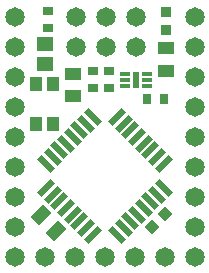
<source format=gbr>
%TF.GenerationSoftware,KiCad,Pcbnew,(6.0.1)*%
%TF.CreationDate,2022-04-12T16:45:31-07:00*%
%TF.ProjectId,3208_board,33323038-5f62-46f6-9172-642e6b696361,rev?*%
%TF.SameCoordinates,Original*%
%TF.FileFunction,Soldermask,Top*%
%TF.FilePolarity,Negative*%
%FSLAX46Y46*%
G04 Gerber Fmt 4.6, Leading zero omitted, Abs format (unit mm)*
G04 Created by KiCad (PCBNEW (6.0.1)) date 2022-04-12 16:45:31*
%MOMM*%
%LPD*%
G01*
G04 APERTURE LIST*
G04 Aperture macros list*
%AMRotRect*
0 Rectangle, with rotation*
0 The origin of the aperture is its center*
0 $1 length*
0 $2 width*
0 $3 Rotation angle, in degrees counterclockwise*
0 Add horizontal line*
21,1,$1,$2,0,0,$3*%
G04 Aperture macros list end*
%ADD10C,1.650000*%
%ADD11RotRect,1.000000X1.450000X135.000000*%
%ADD12R,0.750000X0.940000*%
%ADD13R,0.850000X0.300000*%
%ADD14R,0.610000X1.420000*%
%ADD15R,0.950000X0.950000*%
%ADD16R,1.450000X1.200000*%
%ADD17R,0.940000X0.750000*%
%ADD18R,1.050000X1.150000*%
%ADD19R,1.450000X1.000000*%
%ADD20RotRect,0.950000X0.950000X135.000000*%
%ADD21RotRect,1.600000X0.550000X315.000000*%
%ADD22RotRect,1.600000X0.550000X45.000000*%
G04 APERTURE END LIST*
D10*
%TO.C,J2*%
X139065000Y-57785000D03*
X139065000Y-60325000D03*
X139065000Y-62865000D03*
X139065000Y-65405000D03*
X139065000Y-67945000D03*
X139065000Y-70485000D03*
X139065000Y-73025000D03*
X139065000Y-75565000D03*
X139065000Y-78105000D03*
%TD*%
D11*
%TO.C,R3*%
X142594251Y-75919251D03*
X141250749Y-74575749D03*
%TD*%
D12*
%TO.C,C3*%
X151703000Y-64770000D03*
X150303000Y-64770000D03*
%TD*%
D13*
%TO.C,IC1*%
X148402000Y-62619000D03*
X148402000Y-63119000D03*
X148402000Y-63619000D03*
X150302000Y-63619000D03*
X150302000Y-63119000D03*
X150302000Y-62619000D03*
D14*
X149352000Y-63119000D03*
%TD*%
D15*
%TO.C,LED2*%
X151892000Y-58916000D03*
X151892000Y-57416000D03*
%TD*%
D10*
%TO.C,J1*%
X154305000Y-57785000D03*
X154305000Y-60325000D03*
X154305000Y-62865000D03*
X154305000Y-65405000D03*
X154305000Y-67945000D03*
X154305000Y-70485000D03*
X154305000Y-73025000D03*
X154305000Y-75565000D03*
X154305000Y-78105000D03*
%TD*%
D16*
%TO.C,L1*%
X141605000Y-61810000D03*
X141605000Y-60110000D03*
%TD*%
D17*
%TO.C,C5*%
X141859000Y-58739000D03*
X141859000Y-57339000D03*
%TD*%
D18*
%TO.C,S1*%
X142330000Y-63476000D03*
X140880000Y-63476000D03*
X142330000Y-66826000D03*
X140880000Y-66826000D03*
%TD*%
D10*
%TO.C,J3*%
X151765000Y-78105000D03*
X149225000Y-78105000D03*
X146685000Y-78105000D03*
X144145000Y-78105000D03*
X141605000Y-78105000D03*
%TD*%
D19*
%TO.C,R1*%
X151892000Y-60454500D03*
X151892000Y-62354500D03*
%TD*%
D20*
%TO.C,LED1*%
X150726670Y-75587330D03*
X151787330Y-74526670D03*
%TD*%
D10*
%TO.C,J4*%
X149352000Y-60325000D03*
X149352000Y-57785000D03*
X146812000Y-60325000D03*
X146812000Y-57785000D03*
X144272000Y-60325000D03*
X144272000Y-57785000D03*
%TD*%
D17*
%TO.C,C2*%
X145669000Y-62419000D03*
X145669000Y-63819000D03*
%TD*%
%TO.C,C1*%
X147066000Y-62419000D03*
X147066000Y-63819000D03*
%TD*%
D19*
%TO.C,R2*%
X143995000Y-64513500D03*
X143995000Y-62613500D03*
%TD*%
D21*
%TO.C,U1*%
X145659695Y-66261897D03*
X145094010Y-66827583D03*
X144528324Y-67393268D03*
X143962639Y-67958953D03*
X143396953Y-68524639D03*
X142831268Y-69090324D03*
X142265583Y-69656010D03*
X141699897Y-70221695D03*
D22*
X141699897Y-72272305D03*
X142265583Y-72837990D03*
X142831268Y-73403676D03*
X143396953Y-73969361D03*
X143962639Y-74535047D03*
X144528324Y-75100732D03*
X145094010Y-75666417D03*
X145659695Y-76232103D03*
D21*
X147710305Y-76232103D03*
X148275990Y-75666417D03*
X148841676Y-75100732D03*
X149407361Y-74535047D03*
X149973047Y-73969361D03*
X150538732Y-73403676D03*
X151104417Y-72837990D03*
X151670103Y-72272305D03*
D22*
X151670103Y-70221695D03*
X151104417Y-69656010D03*
X150538732Y-69090324D03*
X149973047Y-68524639D03*
X149407361Y-67958953D03*
X148841676Y-67393268D03*
X148275990Y-66827583D03*
X147710305Y-66261897D03*
%TD*%
M02*

</source>
